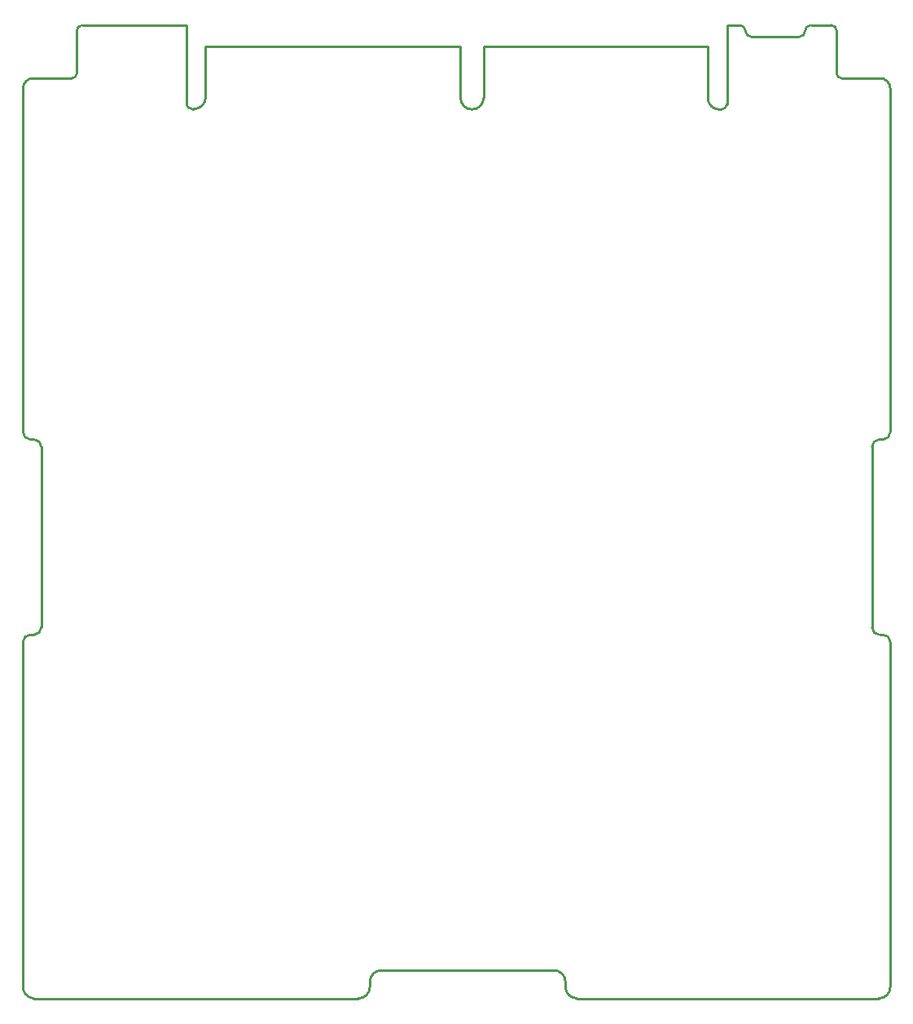
<source format=gbr>
%TF.GenerationSoftware,KiCad,Pcbnew,(6.0.1-0)*%
%TF.CreationDate,2022-02-08T16:02:55-05:00*%
%TF.ProjectId,FP Interface Card,46502049-6e74-4657-9266-616365204361,rev?*%
%TF.SameCoordinates,Original*%
%TF.FileFunction,Profile,NP*%
%FSLAX46Y46*%
G04 Gerber Fmt 4.6, Leading zero omitted, Abs format (unit mm)*
G04 Created by KiCad (PCBNEW (6.0.1-0)) date 2022-02-08 16:02:55*
%MOMM*%
%LPD*%
G01*
G04 APERTURE LIST*
%TA.AperFunction,Profile*%
%ADD10C,0.254000*%
%TD*%
G04 APERTURE END LIST*
D10*
X2Y58851802D02*
G75*
G03*
X762002Y58089802I762001J1D01*
G01*
X73183777Y99062819D02*
X73183777Y101144519D01*
X1905002Y38557202D02*
X1905002Y57327802D01*
X57581802Y2D02*
X88976202Y2D01*
X11503814Y101125837D02*
X16203749Y101125837D01*
X56388002Y1193802D02*
G75*
G03*
X57581802Y2I1193800J0D01*
G01*
X762002Y58089802D02*
X1143002Y58089802D01*
X89027002Y58089802D02*
X89408002Y58089802D01*
X88976202Y2D02*
G75*
G03*
X90170002Y1193802I0J1193800D01*
G01*
X1100447Y95642503D02*
X5100447Y95642503D01*
X16983839Y93012867D02*
G75*
G03*
X17558839Y92437867I575001J1D01*
G01*
X47883820Y98962847D02*
X71183822Y98962847D01*
X81908370Y101144522D02*
X82615100Y101144522D01*
X5100447Y95642503D02*
G75*
G03*
X5583603Y96125659I0J483156D01*
G01*
X89408002Y58089802D02*
G75*
G03*
X90170002Y58851802I-1J762001D01*
G01*
X72383820Y92387839D02*
X72608813Y92387839D01*
X71183832Y93587829D02*
G75*
G03*
X72383819Y92387839I1199990J0D01*
G01*
X89027002Y58089802D02*
G75*
G03*
X88265002Y57327802I1J-762001D01*
G01*
X85067127Y95642503D02*
X89067124Y95642503D01*
X37261802Y2921002D02*
X55194202Y2921002D01*
X2Y58851802D02*
X2Y94542058D01*
X5583603Y96125659D02*
X5583603Y100551724D01*
X17783832Y92437869D02*
G75*
G03*
X18983820Y93637858I-2J1199990D01*
G01*
X90170002Y94539625D02*
G75*
G03*
X89067124Y95642500I-1102878J-3D01*
G01*
X762002Y37795202D02*
G75*
G03*
X2Y37033202I1J-762001D01*
G01*
X762002Y37795202D02*
X1143002Y37795202D01*
X90170002Y1193802D02*
X90170002Y37033202D01*
X84583785Y96125845D02*
X84583785Y100575828D01*
X88265002Y38557202D02*
X88265002Y57327802D01*
X84583785Y96125845D02*
G75*
G03*
X85067127Y95642503I483343J1D01*
G01*
X16983803Y99112849D02*
X16983803Y101125830D01*
X73801660Y101144522D02*
X74508390Y101144522D01*
X75108384Y100544528D02*
G75*
G03*
X75708377Y99944535I599993J0D01*
G01*
X75708377Y99944534D02*
X80708383Y99944534D01*
X-7Y1270002D02*
X2Y37033202D01*
X45483830Y93587846D02*
X45483830Y98962837D01*
X89027002Y37795202D02*
X89408002Y37795202D01*
X18983820Y98962850D02*
X45483820Y98962847D01*
X72608813Y92387836D02*
G75*
G03*
X73183813Y92962836I-1J575001D01*
G01*
X37261802Y2921002D02*
G75*
G03*
X36068002Y1727202I0J-1193800D01*
G01*
X82615107Y101144519D02*
X84015094Y101144519D01*
X1143002Y37795202D02*
G75*
G03*
X1905002Y38557202I-1J762001D01*
G01*
X88265002Y38557202D02*
G75*
G03*
X89027002Y37795202I762001J1D01*
G01*
X80708383Y99944534D02*
G75*
G03*
X81308377Y100544528I1J599993D01*
G01*
X47883810Y93587846D02*
X47883810Y98962837D01*
X73183813Y92962839D02*
X73183813Y99062837D01*
X16983839Y93012869D02*
X16983839Y99112867D01*
X75108384Y100544528D02*
G75*
G03*
X74508390Y101144522I-599993J1D01*
G01*
X17558839Y92437869D02*
X17783832Y92437869D01*
X6158798Y101125842D02*
X11503807Y101125842D01*
X56388002Y1727202D02*
G75*
G03*
X55194202Y2921002I-1193800J0D01*
G01*
X1100447Y95642503D02*
G75*
G03*
X2Y94542058I0J-1100445D01*
G01*
X1905002Y57327802D02*
G75*
G03*
X1143002Y58089802I-762001J-1D01*
G01*
X73183777Y101144519D02*
X73801668Y101144519D01*
X6158798Y101125842D02*
G75*
G03*
X5583786Y100550830I0J-575012D01*
G01*
X1117602Y5D02*
X34874202Y2D01*
X3Y1270002D02*
G75*
G03*
X1117602Y2I1193796J-76203D01*
G01*
X45483830Y93587846D02*
G75*
G03*
X47883810Y93587830I1199990J-17D01*
G01*
X36068002Y1193802D02*
X36068002Y1727202D01*
X34874202Y2D02*
G75*
G03*
X36068002Y1193802I0J1193800D01*
G01*
X16203754Y101125830D02*
X16983803Y101125830D01*
X81908370Y101144522D02*
G75*
G03*
X81308376Y100544528I-1J-599993D01*
G01*
X90170002Y37033202D02*
G75*
G03*
X89408002Y37795202I-762001J-1D01*
G01*
X18983820Y93637877D02*
X18983820Y98962847D01*
X71183832Y93587846D02*
X71183832Y98962837D01*
X84583785Y100575828D02*
G75*
G03*
X84015094Y101144519I-568692J-1D01*
G01*
X56388002Y1193802D02*
X56388002Y1727202D01*
X90170002Y58851802D02*
X90170002Y94539625D01*
M02*

</source>
